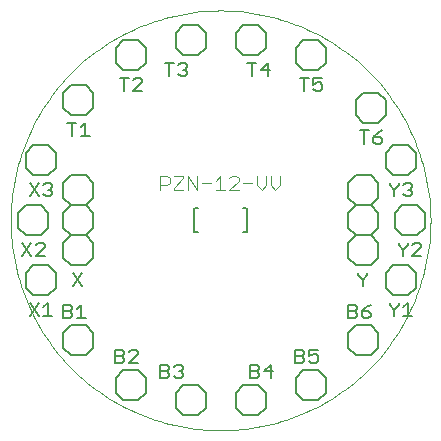
<source format=gto>
G75*
%MOIN*%
%OFA0B0*%
%FSLAX24Y24*%
%IPPOS*%
%LPD*%
%AMOC8*
5,1,8,0,0,1.08239X$1,22.5*
%
%ADD10C,0.0001*%
%ADD11C,0.0050*%
%ADD12C,0.0040*%
%ADD13C,0.0060*%
D10*
X000100Y007100D02*
X000102Y007272D01*
X000108Y007443D01*
X000119Y007615D01*
X000134Y007786D01*
X000153Y007957D01*
X000176Y008127D01*
X000203Y008297D01*
X000235Y008466D01*
X000270Y008634D01*
X000310Y008801D01*
X000354Y008967D01*
X000401Y009132D01*
X000453Y009296D01*
X000509Y009458D01*
X000569Y009619D01*
X000633Y009779D01*
X000701Y009937D01*
X000772Y010093D01*
X000847Y010247D01*
X000927Y010400D01*
X001009Y010550D01*
X001096Y010699D01*
X001186Y010845D01*
X001280Y010989D01*
X001377Y011131D01*
X001478Y011270D01*
X001582Y011407D01*
X001689Y011541D01*
X001800Y011672D01*
X001913Y011801D01*
X002030Y011927D01*
X002150Y012050D01*
X002273Y012170D01*
X002399Y012287D01*
X002528Y012400D01*
X002659Y012511D01*
X002793Y012618D01*
X002930Y012722D01*
X003069Y012823D01*
X003211Y012920D01*
X003355Y013014D01*
X003501Y013104D01*
X003650Y013191D01*
X003800Y013273D01*
X003953Y013353D01*
X004107Y013428D01*
X004263Y013499D01*
X004421Y013567D01*
X004581Y013631D01*
X004742Y013691D01*
X004904Y013747D01*
X005068Y013799D01*
X005233Y013846D01*
X005399Y013890D01*
X005566Y013930D01*
X005734Y013965D01*
X005903Y013997D01*
X006073Y014024D01*
X006243Y014047D01*
X006414Y014066D01*
X006585Y014081D01*
X006757Y014092D01*
X006928Y014098D01*
X007100Y014100D01*
X007272Y014098D01*
X007443Y014092D01*
X007615Y014081D01*
X007786Y014066D01*
X007957Y014047D01*
X008127Y014024D01*
X008297Y013997D01*
X008466Y013965D01*
X008634Y013930D01*
X008801Y013890D01*
X008967Y013846D01*
X009132Y013799D01*
X009296Y013747D01*
X009458Y013691D01*
X009619Y013631D01*
X009779Y013567D01*
X009937Y013499D01*
X010093Y013428D01*
X010247Y013353D01*
X010400Y013273D01*
X010550Y013191D01*
X010699Y013104D01*
X010845Y013014D01*
X010989Y012920D01*
X011131Y012823D01*
X011270Y012722D01*
X011407Y012618D01*
X011541Y012511D01*
X011672Y012400D01*
X011801Y012287D01*
X011927Y012170D01*
X012050Y012050D01*
X012170Y011927D01*
X012287Y011801D01*
X012400Y011672D01*
X012511Y011541D01*
X012618Y011407D01*
X012722Y011270D01*
X012823Y011131D01*
X012920Y010989D01*
X013014Y010845D01*
X013104Y010699D01*
X013191Y010550D01*
X013273Y010400D01*
X013353Y010247D01*
X013428Y010093D01*
X013499Y009937D01*
X013567Y009779D01*
X013631Y009619D01*
X013691Y009458D01*
X013747Y009296D01*
X013799Y009132D01*
X013846Y008967D01*
X013890Y008801D01*
X013930Y008634D01*
X013965Y008466D01*
X013997Y008297D01*
X014024Y008127D01*
X014047Y007957D01*
X014066Y007786D01*
X014081Y007615D01*
X014092Y007443D01*
X014098Y007272D01*
X014100Y007100D01*
X014098Y006928D01*
X014092Y006757D01*
X014081Y006585D01*
X014066Y006414D01*
X014047Y006243D01*
X014024Y006073D01*
X013997Y005903D01*
X013965Y005734D01*
X013930Y005566D01*
X013890Y005399D01*
X013846Y005233D01*
X013799Y005068D01*
X013747Y004904D01*
X013691Y004742D01*
X013631Y004581D01*
X013567Y004421D01*
X013499Y004263D01*
X013428Y004107D01*
X013353Y003953D01*
X013273Y003800D01*
X013191Y003650D01*
X013104Y003501D01*
X013014Y003355D01*
X012920Y003211D01*
X012823Y003069D01*
X012722Y002930D01*
X012618Y002793D01*
X012511Y002659D01*
X012400Y002528D01*
X012287Y002399D01*
X012170Y002273D01*
X012050Y002150D01*
X011927Y002030D01*
X011801Y001913D01*
X011672Y001800D01*
X011541Y001689D01*
X011407Y001582D01*
X011270Y001478D01*
X011131Y001377D01*
X010989Y001280D01*
X010845Y001186D01*
X010699Y001096D01*
X010550Y001009D01*
X010400Y000927D01*
X010247Y000847D01*
X010093Y000772D01*
X009937Y000701D01*
X009779Y000633D01*
X009619Y000569D01*
X009458Y000509D01*
X009296Y000453D01*
X009132Y000401D01*
X008967Y000354D01*
X008801Y000310D01*
X008634Y000270D01*
X008466Y000235D01*
X008297Y000203D01*
X008127Y000176D01*
X007957Y000153D01*
X007786Y000134D01*
X007615Y000119D01*
X007443Y000108D01*
X007272Y000102D01*
X007100Y000100D01*
X006928Y000102D01*
X006757Y000108D01*
X006585Y000119D01*
X006414Y000134D01*
X006243Y000153D01*
X006073Y000176D01*
X005903Y000203D01*
X005734Y000235D01*
X005566Y000270D01*
X005399Y000310D01*
X005233Y000354D01*
X005068Y000401D01*
X004904Y000453D01*
X004742Y000509D01*
X004581Y000569D01*
X004421Y000633D01*
X004263Y000701D01*
X004107Y000772D01*
X003953Y000847D01*
X003800Y000927D01*
X003650Y001009D01*
X003501Y001096D01*
X003355Y001186D01*
X003211Y001280D01*
X003069Y001377D01*
X002930Y001478D01*
X002793Y001582D01*
X002659Y001689D01*
X002528Y001800D01*
X002399Y001913D01*
X002273Y002030D01*
X002150Y002150D01*
X002030Y002273D01*
X001913Y002399D01*
X001800Y002528D01*
X001689Y002659D01*
X001582Y002793D01*
X001478Y002930D01*
X001377Y003069D01*
X001280Y003211D01*
X001186Y003355D01*
X001096Y003501D01*
X001009Y003650D01*
X000927Y003800D01*
X000847Y003953D01*
X000772Y004107D01*
X000701Y004263D01*
X000633Y004421D01*
X000569Y004581D01*
X000509Y004742D01*
X000453Y004904D01*
X000401Y005068D01*
X000354Y005233D01*
X000310Y005399D01*
X000270Y005566D01*
X000235Y005734D01*
X000203Y005903D01*
X000176Y006073D01*
X000153Y006243D01*
X000134Y006414D01*
X000119Y006585D01*
X000108Y006757D01*
X000102Y006928D01*
X000100Y007100D01*
D11*
X000485Y006356D02*
X000785Y005905D01*
X000945Y005905D02*
X001245Y006206D01*
X001245Y006281D01*
X001170Y006356D01*
X001020Y006356D01*
X000945Y006281D01*
X000785Y006356D02*
X000485Y005905D01*
X000945Y005905D02*
X001245Y005905D01*
X002195Y005356D02*
X002495Y004905D01*
X002195Y004905D02*
X002495Y005356D01*
X002456Y004296D02*
X002456Y003845D01*
X002306Y003845D02*
X002606Y003845D01*
X002306Y004146D02*
X002456Y004296D01*
X002146Y004221D02*
X002146Y004146D01*
X002071Y004071D01*
X001845Y004071D01*
X001845Y004296D02*
X001845Y003845D01*
X002071Y003845D01*
X002146Y003921D01*
X002146Y003996D01*
X002071Y004071D01*
X002146Y004221D02*
X002071Y004296D01*
X001845Y004296D01*
X001345Y004356D02*
X001345Y003905D01*
X001195Y003905D02*
X001495Y003905D01*
X001195Y004206D02*
X001345Y004356D01*
X001035Y004356D02*
X000735Y003905D01*
X001035Y003905D02*
X000735Y004356D01*
X003595Y002796D02*
X003595Y002345D01*
X003821Y002345D01*
X003896Y002421D01*
X003896Y002496D01*
X003821Y002571D01*
X003595Y002571D01*
X003595Y002796D02*
X003821Y002796D01*
X003896Y002721D01*
X003896Y002646D01*
X003821Y002571D01*
X004056Y002721D02*
X004131Y002796D01*
X004281Y002796D01*
X004356Y002721D01*
X004356Y002646D01*
X004056Y002345D01*
X004356Y002345D01*
X005095Y002296D02*
X005095Y001845D01*
X005321Y001845D01*
X005396Y001921D01*
X005396Y001996D01*
X005321Y002071D01*
X005095Y002071D01*
X005095Y002296D02*
X005321Y002296D01*
X005396Y002221D01*
X005396Y002146D01*
X005321Y002071D01*
X005556Y002221D02*
X005631Y002296D01*
X005781Y002296D01*
X005856Y002221D01*
X005856Y002146D01*
X005781Y002071D01*
X005856Y001996D01*
X005856Y001921D01*
X005781Y001845D01*
X005631Y001845D01*
X005556Y001921D01*
X005706Y002071D02*
X005781Y002071D01*
X008095Y002071D02*
X008321Y002071D01*
X008396Y001996D01*
X008396Y001921D01*
X008321Y001845D01*
X008095Y001845D01*
X008095Y002296D01*
X008321Y002296D01*
X008396Y002221D01*
X008396Y002146D01*
X008321Y002071D01*
X008556Y002071D02*
X008856Y002071D01*
X008781Y002296D02*
X008781Y001845D01*
X008556Y002071D02*
X008781Y002296D01*
X009595Y002345D02*
X009821Y002345D01*
X009896Y002421D01*
X009896Y002496D01*
X009821Y002571D01*
X009595Y002571D01*
X009595Y002796D02*
X009821Y002796D01*
X009896Y002721D01*
X009896Y002646D01*
X009821Y002571D01*
X010056Y002571D02*
X010056Y002796D01*
X010356Y002796D01*
X010281Y002646D02*
X010206Y002646D01*
X010056Y002571D01*
X010056Y002421D02*
X010131Y002345D01*
X010281Y002345D01*
X010356Y002421D01*
X010356Y002571D01*
X010281Y002646D01*
X009595Y002796D02*
X009595Y002345D01*
X011345Y003845D02*
X011571Y003845D01*
X011646Y003921D01*
X011646Y003996D01*
X011571Y004071D01*
X011345Y004071D01*
X011345Y004296D02*
X011345Y003845D01*
X011571Y004071D02*
X011646Y004146D01*
X011646Y004221D01*
X011571Y004296D01*
X011345Y004296D01*
X011806Y004071D02*
X011806Y003921D01*
X011881Y003845D01*
X012031Y003845D01*
X012106Y003921D01*
X012106Y003996D01*
X012031Y004071D01*
X011806Y004071D01*
X011956Y004221D01*
X012106Y004296D01*
X012735Y004281D02*
X012885Y004131D01*
X012885Y003905D01*
X012885Y004131D02*
X013035Y004281D01*
X013035Y004356D01*
X013195Y004206D02*
X013345Y004356D01*
X013345Y003905D01*
X013195Y003905D02*
X013495Y003905D01*
X012735Y004281D02*
X012735Y004356D01*
X011845Y004905D02*
X011845Y005131D01*
X011995Y005281D01*
X011995Y005356D01*
X011845Y005131D02*
X011695Y005281D01*
X011695Y005356D01*
X013035Y006281D02*
X013185Y006131D01*
X013185Y005905D01*
X013185Y006131D02*
X013335Y006281D01*
X013335Y006356D01*
X013495Y006281D02*
X013570Y006356D01*
X013720Y006356D01*
X013795Y006281D01*
X013795Y006206D01*
X013495Y005905D01*
X013795Y005905D01*
X013035Y006281D02*
X013035Y006356D01*
X012885Y007905D02*
X012885Y008131D01*
X013035Y008281D01*
X013035Y008356D01*
X013195Y008281D02*
X013270Y008356D01*
X013420Y008356D01*
X013495Y008281D01*
X013495Y008206D01*
X013420Y008131D01*
X013495Y008056D01*
X013495Y007981D01*
X013420Y007905D01*
X013270Y007905D01*
X013195Y007981D01*
X013345Y008131D02*
X013420Y008131D01*
X012885Y008131D02*
X012735Y008281D01*
X012735Y008356D01*
X012420Y009655D02*
X012270Y009655D01*
X012195Y009731D01*
X012195Y009881D01*
X012420Y009881D01*
X012495Y009806D01*
X012495Y009731D01*
X012420Y009655D01*
X012195Y009881D02*
X012345Y010031D01*
X012495Y010106D01*
X012035Y010106D02*
X011735Y010106D01*
X011885Y010106D02*
X011885Y009655D01*
X010420Y011405D02*
X010270Y011405D01*
X010195Y011481D01*
X010195Y011631D02*
X010345Y011706D01*
X010420Y011706D01*
X010495Y011631D01*
X010495Y011481D01*
X010420Y011405D01*
X010195Y011631D02*
X010195Y011856D01*
X010495Y011856D01*
X010035Y011856D02*
X009735Y011856D01*
X009885Y011856D02*
X009885Y011405D01*
X008745Y012131D02*
X008445Y012131D01*
X008670Y012356D01*
X008670Y011905D01*
X008135Y011905D02*
X008135Y012356D01*
X007985Y012356D02*
X008285Y012356D01*
X005995Y012281D02*
X005995Y012206D01*
X005920Y012131D01*
X005995Y012056D01*
X005995Y011981D01*
X005920Y011905D01*
X005770Y011905D01*
X005695Y011981D01*
X005845Y012131D02*
X005920Y012131D01*
X005995Y012281D02*
X005920Y012356D01*
X005770Y012356D01*
X005695Y012281D01*
X005535Y012356D02*
X005235Y012356D01*
X005385Y012356D02*
X005385Y011905D01*
X004495Y011781D02*
X004420Y011856D01*
X004270Y011856D01*
X004195Y011781D01*
X004035Y011856D02*
X003735Y011856D01*
X003885Y011856D02*
X003885Y011405D01*
X004195Y011405D02*
X004495Y011706D01*
X004495Y011781D01*
X004495Y011405D02*
X004195Y011405D01*
X002595Y010356D02*
X002595Y009905D01*
X002445Y009905D02*
X002745Y009905D01*
X002445Y010206D02*
X002595Y010356D01*
X002285Y010356D02*
X001985Y010356D01*
X002135Y010356D02*
X002135Y009905D01*
X001420Y008356D02*
X001270Y008356D01*
X001195Y008281D01*
X001035Y008356D02*
X000735Y007905D01*
X001035Y007905D02*
X000735Y008356D01*
X001195Y007981D02*
X001270Y007905D01*
X001420Y007905D01*
X001495Y007981D01*
X001495Y008056D01*
X001420Y008131D01*
X001345Y008131D01*
X001420Y008131D02*
X001495Y008206D01*
X001495Y008281D01*
X001420Y008356D01*
X006225Y007500D02*
X006225Y006700D01*
X006250Y006700D02*
X006350Y006700D01*
X006350Y007500D02*
X006250Y007500D01*
X007850Y007500D02*
X007950Y007500D01*
X007975Y007500D02*
X007975Y006700D01*
X007950Y006700D02*
X007850Y006700D01*
D12*
X007704Y008120D02*
X007397Y008120D01*
X007704Y008427D01*
X007704Y008504D01*
X007628Y008581D01*
X007474Y008581D01*
X007397Y008504D01*
X007091Y008581D02*
X007091Y008120D01*
X007244Y008120D02*
X006937Y008120D01*
X006784Y008351D02*
X006477Y008351D01*
X006323Y008581D02*
X006323Y008120D01*
X006016Y008581D01*
X006016Y008120D01*
X005863Y008120D02*
X005556Y008120D01*
X005556Y008197D01*
X005863Y008504D01*
X005863Y008581D01*
X005556Y008581D01*
X005402Y008504D02*
X005402Y008351D01*
X005326Y008274D01*
X005095Y008274D01*
X005095Y008120D02*
X005095Y008581D01*
X005326Y008581D01*
X005402Y008504D01*
X006937Y008427D02*
X007091Y008581D01*
X007858Y008351D02*
X008165Y008351D01*
X008318Y008274D02*
X008472Y008120D01*
X008625Y008274D01*
X008625Y008581D01*
X008779Y008581D02*
X008779Y008274D01*
X008932Y008120D01*
X009086Y008274D01*
X009086Y008581D01*
X008318Y008581D02*
X008318Y008274D01*
D13*
X002600Y002600D02*
X002100Y002600D01*
X001850Y002850D01*
X001850Y003350D01*
X002100Y003600D01*
X002600Y003600D01*
X002850Y003350D01*
X002850Y002850D01*
X002600Y002600D01*
X003600Y001850D02*
X003850Y002100D01*
X004350Y002100D01*
X004600Y001850D01*
X004600Y001350D01*
X004350Y001100D01*
X003850Y001100D01*
X003600Y001350D01*
X003600Y001850D01*
X005600Y001350D02*
X005600Y000850D01*
X005850Y000600D01*
X006350Y000600D01*
X006600Y000850D01*
X006600Y001350D01*
X006350Y001600D01*
X005850Y001600D01*
X005600Y001350D01*
X007600Y001350D02*
X007600Y000850D01*
X007850Y000600D01*
X008350Y000600D01*
X008600Y000850D01*
X008600Y001350D01*
X008350Y001600D01*
X007850Y001600D01*
X007600Y001350D01*
X009600Y001350D02*
X009850Y001100D01*
X010350Y001100D01*
X010600Y001350D01*
X010600Y001850D01*
X010350Y002100D01*
X009850Y002100D01*
X009600Y001850D01*
X009600Y001350D01*
X011350Y002850D02*
X011600Y002600D01*
X012100Y002600D01*
X012350Y002850D01*
X012350Y003350D01*
X012100Y003600D01*
X011600Y003600D01*
X011350Y003350D01*
X011350Y002850D01*
X012850Y004600D02*
X012600Y004850D01*
X012600Y005350D01*
X012850Y005600D01*
X013350Y005600D01*
X013600Y005350D01*
X013600Y004850D01*
X013350Y004600D01*
X012850Y004600D01*
X012100Y005600D02*
X012350Y005850D01*
X012350Y006350D01*
X012100Y006600D01*
X012350Y006850D01*
X012350Y007350D01*
X012100Y007600D01*
X012350Y007850D01*
X012350Y008350D01*
X012100Y008600D01*
X011600Y008600D01*
X011350Y008350D01*
X011350Y007850D01*
X011600Y007600D01*
X012100Y007600D01*
X011600Y007600D02*
X011350Y007350D01*
X011350Y006850D01*
X011600Y006600D01*
X012100Y006600D01*
X011600Y006600D02*
X011350Y006350D01*
X011350Y005850D01*
X011600Y005600D01*
X012100Y005600D01*
X013150Y006600D02*
X012900Y006850D01*
X012900Y007350D01*
X013150Y007600D01*
X013650Y007600D01*
X013900Y007350D01*
X013900Y006850D01*
X013650Y006600D01*
X013150Y006600D01*
X013350Y008600D02*
X012850Y008600D01*
X012600Y008850D01*
X012600Y009350D01*
X012850Y009600D01*
X013350Y009600D01*
X013600Y009350D01*
X013600Y008850D01*
X013350Y008600D01*
X012350Y010350D02*
X011850Y010350D01*
X011600Y010600D01*
X011600Y011100D01*
X011850Y011350D01*
X012350Y011350D01*
X012600Y011100D01*
X012600Y010600D01*
X012350Y010350D01*
X010350Y012100D02*
X010600Y012350D01*
X010600Y012850D01*
X010350Y013100D01*
X009850Y013100D01*
X009600Y012850D01*
X009600Y012350D01*
X009850Y012100D01*
X010350Y012100D01*
X008600Y012850D02*
X008350Y012600D01*
X007850Y012600D01*
X007600Y012850D01*
X007600Y013350D01*
X007850Y013600D01*
X008350Y013600D01*
X008600Y013350D01*
X008600Y012850D01*
X006600Y012850D02*
X006350Y012600D01*
X005850Y012600D01*
X005600Y012850D01*
X005600Y013350D01*
X005850Y013600D01*
X006350Y013600D01*
X006600Y013350D01*
X006600Y012850D01*
X004600Y012850D02*
X004600Y012350D01*
X004350Y012100D01*
X003850Y012100D01*
X003600Y012350D01*
X003600Y012850D01*
X003850Y013100D01*
X004350Y013100D01*
X004600Y012850D01*
X002850Y011350D02*
X002600Y011600D01*
X002100Y011600D01*
X001850Y011350D01*
X001850Y010850D01*
X002100Y010600D01*
X002600Y010600D01*
X002850Y010850D01*
X002850Y011350D01*
X001350Y009600D02*
X000850Y009600D01*
X000600Y009350D01*
X000600Y008850D01*
X000850Y008600D01*
X001350Y008600D01*
X001600Y008850D01*
X001600Y009350D01*
X001350Y009600D01*
X002100Y008600D02*
X002600Y008600D01*
X002850Y008350D01*
X002850Y007850D01*
X002600Y007600D01*
X002850Y007350D01*
X002850Y006850D01*
X002600Y006600D01*
X002850Y006350D01*
X002850Y005850D01*
X002600Y005600D01*
X002100Y005600D01*
X001850Y005850D01*
X001850Y006350D01*
X002100Y006600D01*
X001850Y006850D01*
X001850Y007350D01*
X002100Y007600D01*
X001850Y007850D01*
X001850Y008350D01*
X002100Y008600D01*
X002100Y007600D02*
X002600Y007600D01*
X002600Y006600D02*
X002100Y006600D01*
X001350Y006850D02*
X001350Y007350D01*
X001100Y007600D01*
X000600Y007600D01*
X000350Y007350D01*
X000350Y006850D01*
X000600Y006600D01*
X001100Y006600D01*
X001350Y006850D01*
X001350Y005600D02*
X000850Y005600D01*
X000600Y005350D01*
X000600Y004850D01*
X000850Y004600D01*
X001350Y004600D01*
X001600Y004850D01*
X001600Y005350D01*
X001350Y005600D01*
M02*

</source>
